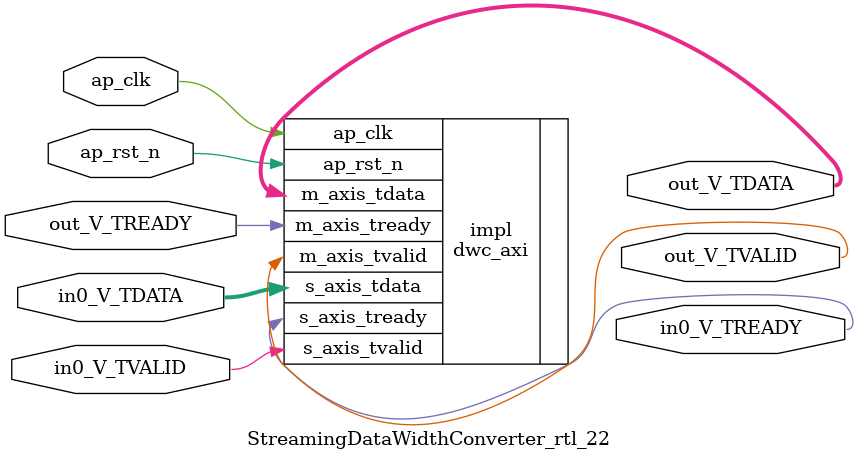
<source format=v>
/******************************************************************************
 * Copyright (C) 2023, Advanced Micro Devices, Inc.
 * All rights reserved.
 *
 * Redistribution and use in source and binary forms, with or without
 * modification, are permitted provided that the following conditions are met:
 *
 *  1. Redistributions of source code must retain the above copyright notice,
 *     this list of conditions and the following disclaimer.
 *
 *  2. Redistributions in binary form must reproduce the above copyright
 *     notice, this list of conditions and the following disclaimer in the
 *     documentation and/or other materials provided with the distribution.
 *
 *  3. Neither the name of the copyright holder nor the names of its
 *     contributors may be used to endorse or promote products derived from
 *     this software without specific prior written permission.
 *
 * THIS SOFTWARE IS PROVIDED BY THE COPYRIGHT HOLDERS AND CONTRIBUTORS "AS IS"
 * AND ANY EXPRESS OR IMPLIED WARRANTIES, INCLUDING, BUT NOT LIMITED TO,
 * THE IMPLIED WARRANTIES OF MERCHANTABILITY AND FITNESS FOR A PARTICULAR
 * PURPOSE ARE DISCLAIMED. IN NO EVENT SHALL THE COPYRIGHT HOLDER OR
 * CONTRIBUTORS BE LIABLE FOR ANY DIRECT, INDIRECT, INCIDENTAL, SPECIAL,
 * EXEMPLARY, OR CONSEQUENTIAL DAMAGES (INCLUDING, BUT NOT LIMITED TO,
 * PROCUREMENT OF SUBSTITUTE GOODS OR SERVICES; LOSS OF USE, DATA, OR PROFITS;
 * OR BUSINESS INTERRUPTION). HOWEVER CAUSED AND ON ANY THEORY OF LIABILITY,
 * WHETHER IN CONTRACT, STRICT LIABILITY, OR TORT (INCLUDING NEGLIGENCE OR
 * OTHERWISE) ARISING IN ANY WAY OUT OF THE USE OF THIS SOFTWARE, EVEN IF
 * ADVISED OF THE POSSIBILITY OF SUCH DAMAGE.
 *****************************************************************************/

module StreamingDataWidthConverter_rtl_22 #(
	parameter  IBITS = 512,
	parameter  OBITS = 8,

	parameter  AXI_IBITS = (IBITS+7)/8 * 8,
	parameter  AXI_OBITS = (OBITS+7)/8 * 8
)(
	//- Global Control ------------------
	(* X_INTERFACE_INFO = "xilinx.com:signal:clock:1.0 ap_clk CLK" *)
	(* X_INTERFACE_PARAMETER = "ASSOCIATED_BUSIF in0_V:out_V, ASSOCIATED_RESET ap_rst_n" *)
	input	ap_clk,
	(* X_INTERFACE_PARAMETER = "POLARITY ACTIVE_LOW" *)
	input	ap_rst_n,

	//- AXI Stream - Input --------------
	output	in0_V_TREADY,
	input	in0_V_TVALID,
	input	[AXI_IBITS-1:0]  in0_V_TDATA,

	//- AXI Stream - Output -------------
	input	out_V_TREADY,
	output	out_V_TVALID,
	output	[AXI_OBITS-1:0]  out_V_TDATA
);

	dwc_axi #(
		.IBITS(IBITS),
		.OBITS(OBITS)
	) impl (
		.ap_clk(ap_clk),
		.ap_rst_n(ap_rst_n),
		.s_axis_tready(in0_V_TREADY),
		.s_axis_tvalid(in0_V_TVALID),
		.s_axis_tdata(in0_V_TDATA),
		.m_axis_tready(out_V_TREADY),
		.m_axis_tvalid(out_V_TVALID),
		.m_axis_tdata(out_V_TDATA)
	);

endmodule

</source>
